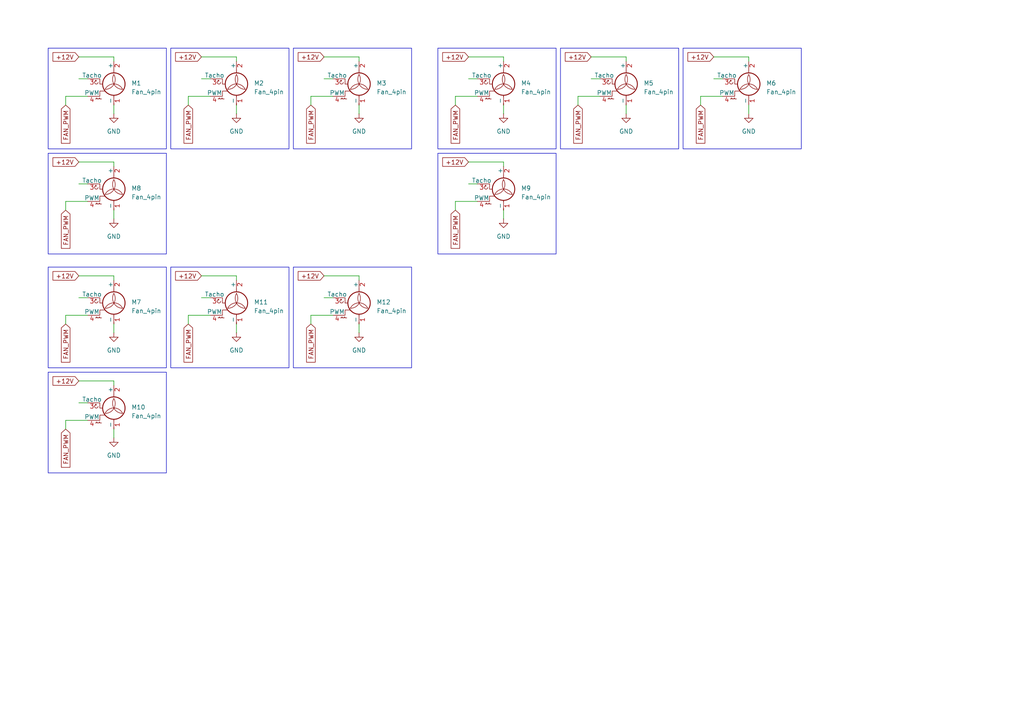
<source format=kicad_sch>
(kicad_sch (version 20250114) (generator "eeschema") (generator_version "9.0")
  (paper "A4")
  (lib_symbols
    (symbol "Motor:Fan_4pin" (pin_names (offset 0))
      (property "Reference" "M" (at 2.54 5.08 0))
      (property "Value" "Fan_4pin" (at 2.54 -2.54 0))
      (symbol "Fan_4pin_0_0"
        (polyline (pts (xy -5.08 2.032) (xy -5.334 2.159)))
        (polyline (pts (xy -5.08 2.032) (xy -5.207 1.778)))
        (arc (start -4.572 1.524) (mid -5.08 1.0182) (end -5.588 1.524))
        (arc (start -5.588 1.524) (mid -5.4392 1.8832) (end -5.08 2.032))
        (polyline (pts (xy -4.064 2.54) (xy -4.064 1.016) (xy -3.302 1.016)))
      )
      (symbol "Fan_4pin_0_1"
        (polyline (pts (xy -5.334 -3.302) (xy -5.08 -3.302) (xy -5.08 -3.048) (xy -4.826 -3.048) (xy -4.826 -3.302) (xy -4.318 -3.302) (xy -4.318 -3.048) (xy -4.064 -3.048) (xy -4.064 -3.302) (xy -3.556 -3.302)))
        (polyline (pts (xy -4.064 2.54) (xy -5.08 2.54)))
        (polyline (pts (xy -2.54 -1.016) (xy -4.064 -1.016) (xy -4.064 -2.54) (xy -5.08 -2.54)))
        (arc (start 0 3.81) (mid -0.0015 0.9048) (end -2.54 -0.508))
        (polyline (pts (xy 0 4.572) (xy 0 5.08)))
        (polyline (pts (xy 0 4.2672) (xy 0 4.6228)))
        (circle (center 0 1.016) (radius 3.2512) (stroke (width 0.254)))
        (arc (start -2.54 -0.508) (mid 0 1.0618) (end 2.54 -0.508))
        (polyline (pts (xy 0 -2.2352) (xy 0 -2.6416)))
        (polyline (pts (xy 0 -5.08) (xy 0 -4.572)))
        (arc (start 2.54 -0.508) (mid 0.047 0.9315) (end 0 3.81))
      )
      (symbol "Fan_4pin_1_1"
        (pin passive line (at -7.62 2.54 0) (length 2.54) (name "Tacho") (number "3"))
        (pin input line (at -7.62 -2.54 0) (length 2.54) (name "PWM") (number "4"))
        (pin passive line (at 0 7.62 270) (length 2.54) (name "+") (number "2"))
        (pin passive line (at 0 -5.08 90) (length 2.54) (name "-") (number "1"))
      )
    )
    (symbol "power:GND" (power) (pin_numbers (hide yes)) (pin_names (offset 0) (hide yes))
      (property "Value" "GND" (at 0 -3.81 0))
      (symbol "GND_0_1"
        (polyline (pts (xy 0 0) (xy 0 -1.27) (xy 1.27 -1.27) (xy 0 -2.54) (xy -1.27 -1.27) (xy 0 -1.27)))
      )
      (symbol "GND_1_1"
        (pin power_in line (at 0 0 270) (length 0) (name "~") (number "1"))
      )
    )
  )
  (rectangle (start 13.97 44.45) (end 48.26 73.66))
  (rectangle (start 162.56 13.97) (end 196.85 43.18))
  (rectangle (start 13.97 107.95) (end 48.26 137.16))
  (rectangle (start 13.97 77.47) (end 48.26 106.68))
  (rectangle (start 127 44.45) (end 161.29 73.66))
  (rectangle (start 198.12 13.97) (end 232.41 43.18))
  (rectangle (start 127 13.97) (end 161.29 43.18))
  (rectangle (start 85.09 13.97) (end 119.38 43.18))
  (rectangle (start 49.53 13.97) (end 83.82 43.18))
  (rectangle (start 85.09 77.47) (end 119.38 106.68))
  (rectangle (start 49.53 77.47) (end 83.82 106.68))
  (rectangle (start 13.97 13.97) (end 48.26 43.18))
  (wire (pts (xy 19.05 91.44) (xy 25.4 91.44)))
  (wire (pts (xy 33.02 93.98) (xy 33.02 96.52)))
  (wire (pts (xy 33.02 46.99) (xy 33.02 48.26)))
  (wire (pts (xy 22.86 46.99) (xy 33.02 46.99)))
  (wire (pts (xy 68.58 80.01) (xy 68.58 81.28)))
  (wire (pts (xy 146.05 60.96) (xy 146.05 63.5)))
  (wire (pts (xy 19.05 58.42) (xy 25.4 58.42)))
  (wire (pts (xy 90.17 27.94) (xy 96.52 27.94)))
  (wire (pts (xy 93.98 22.86) (xy 96.52 22.86)))
  (wire (pts (xy 68.58 30.48) (xy 68.58 33.02)))
  (wire (pts (xy 19.05 30.48) (xy 19.05 27.94)))
  (wire (pts (xy 181.61 16.51) (xy 181.61 17.78)))
  (wire (pts (xy 135.89 53.34) (xy 138.43 53.34)))
  (wire (pts (xy 19.05 60.96) (xy 19.05 58.42)))
  (wire (pts (xy 132.08 30.48) (xy 132.08 27.94)))
  (wire (pts (xy 93.98 80.01) (xy 104.14 80.01)))
  (wire (pts (xy 171.45 22.86) (xy 173.99 22.86)))
  (wire (pts (xy 171.45 16.51) (xy 181.61 16.51)))
  (wire (pts (xy 104.14 80.01) (xy 104.14 81.28)))
  (wire (pts (xy 22.86 116.84) (xy 25.4 116.84)))
  (wire (pts (xy 135.89 22.86) (xy 138.43 22.86)))
  (wire (pts (xy 203.2 30.48) (xy 203.2 27.94)))
  (wire (pts (xy 104.14 93.98) (xy 104.14 96.52)))
  (wire (pts (xy 217.17 16.51) (xy 217.17 17.78)))
  (wire (pts (xy 68.58 93.98) (xy 68.58 96.52)))
  (wire (pts (xy 54.61 93.98) (xy 54.61 91.44)))
  (wire (pts (xy 132.08 27.94) (xy 138.43 27.94)))
  (wire (pts (xy 33.02 80.01) (xy 33.02 81.28)))
  (wire (pts (xy 146.05 16.51) (xy 146.05 17.78)))
  (wire (pts (xy 90.17 93.98) (xy 90.17 91.44)))
  (wire (pts (xy 167.64 30.48) (xy 167.64 27.94)))
  (wire (pts (xy 19.05 27.94) (xy 25.4 27.94)))
  (wire (pts (xy 135.89 16.51) (xy 146.05 16.51)))
  (wire (pts (xy 104.14 30.48) (xy 104.14 33.02)))
  (wire (pts (xy 217.17 30.48) (xy 217.17 33.02)))
  (wire (pts (xy 93.98 16.51) (xy 104.14 16.51)))
  (wire (pts (xy 58.42 86.36) (xy 60.96 86.36)))
  (wire (pts (xy 58.42 80.01) (xy 68.58 80.01)))
  (wire (pts (xy 58.42 16.51) (xy 68.58 16.51)))
  (wire (pts (xy 22.86 22.86) (xy 25.4 22.86)))
  (wire (pts (xy 90.17 91.44) (xy 96.52 91.44)))
  (wire (pts (xy 33.02 110.49) (xy 33.02 111.76)))
  (wire (pts (xy 58.42 22.86) (xy 60.96 22.86)))
  (wire (pts (xy 68.58 16.51) (xy 68.58 17.78)))
  (wire (pts (xy 22.86 110.49) (xy 33.02 110.49)))
  (wire (pts (xy 135.89 46.99) (xy 146.05 46.99)))
  (wire (pts (xy 54.61 27.94) (xy 60.96 27.94)))
  (wire (pts (xy 33.02 124.46) (xy 33.02 127)))
  (wire (pts (xy 33.02 16.51) (xy 33.02 17.78)))
  (wire (pts (xy 33.02 30.48) (xy 33.02 33.02)))
  (wire (pts (xy 203.2 27.94) (xy 209.55 27.94)))
  (wire (pts (xy 132.08 58.42) (xy 138.43 58.42)))
  (wire (pts (xy 19.05 121.92) (xy 25.4 121.92)))
  (wire (pts (xy 33.02 60.96) (xy 33.02 63.5)))
  (wire (pts (xy 207.01 22.86) (xy 209.55 22.86)))
  (wire (pts (xy 54.61 30.48) (xy 54.61 27.94)))
  (wire (pts (xy 22.86 86.36) (xy 25.4 86.36)))
  (wire (pts (xy 19.05 93.98) (xy 19.05 91.44)))
  (wire (pts (xy 132.08 60.96) (xy 132.08 58.42)))
  (wire (pts (xy 146.05 30.48) (xy 146.05 33.02)))
  (wire (pts (xy 167.64 27.94) (xy 173.99 27.94)))
  (wire (pts (xy 104.14 16.51) (xy 104.14 17.78)))
  (wire (pts (xy 19.05 124.46) (xy 19.05 121.92)))
  (wire (pts (xy 54.61 91.44) (xy 60.96 91.44)))
  (wire (pts (xy 181.61 30.48) (xy 181.61 33.02)))
  (wire (pts (xy 22.86 80.01) (xy 33.02 80.01)))
  (wire (pts (xy 22.86 53.34) (xy 25.4 53.34)))
  (wire (pts (xy 22.86 16.51) (xy 33.02 16.51)))
  (wire (pts (xy 146.05 46.99) (xy 146.05 48.26)))
  (wire (pts (xy 90.17 30.48) (xy 90.17 27.94)))
  (wire (pts (xy 93.98 86.36) (xy 96.52 86.36)))
  (wire (pts (xy 207.01 16.51) (xy 217.17 16.51)))
  (global_label "+12V" (shape input) (at 58.42 80.01 180) (property "Intersheetrefs" "${INTERSHEET_REFS}" (effects (hide yes))))
  (global_label "FAN_PWM" (shape input) (at 19.05 60.96 270) (property "Intersheetrefs" "${INTERSHEET_REFS}" (effects (hide yes))))
  (global_label "FAN_PWM" (shape input) (at 132.08 60.96 270) (property "Intersheetrefs" "${INTERSHEET_REFS}" (effects (hide yes))))
  (global_label "FAN_PWM" (shape input) (at 90.17 30.48 270) (property "Intersheetrefs" "${INTERSHEET_REFS}" (effects (hide yes))))
  (global_label "FAN_PWM" (shape input) (at 167.64 30.48 270) (property "Intersheetrefs" "${INTERSHEET_REFS}" (effects (hide yes))))
  (global_label "FAN_PWM" (shape input) (at 90.17 93.98 270) (property "Intersheetrefs" "${INTERSHEET_REFS}" (effects (hide yes))))
  (global_label "FAN_PWM" (shape input) (at 203.2 30.48 270) (property "Intersheetrefs" "${INTERSHEET_REFS}" (effects (hide yes))))
  (global_label "FAN_PWM" (shape input) (at 54.61 93.98 270) (property "Intersheetrefs" "${INTERSHEET_REFS}" (effects (hide yes))))
  (global_label "FAN_PWM" (shape input) (at 132.08 30.48 270) (property "Intersheetrefs" "${INTERSHEET_REFS}" (effects (hide yes))))
  (global_label "FAN_PWM" (shape input) (at 54.61 30.48 270) (property "Intersheetrefs" "${INTERSHEET_REFS}" (effects (hide yes))))
  (global_label "+12V" (shape input) (at 22.86 46.99 180) (property "Intersheetrefs" "${INTERSHEET_REFS}" (effects (hide yes))))
  (global_label "FAN_PWM" (shape input) (at 19.05 124.46 270) (property "Intersheetrefs" "${INTERSHEET_REFS}" (effects (hide yes))))
  (global_label "+12V" (shape input) (at 93.98 80.01 180) (property "Intersheetrefs" "${INTERSHEET_REFS}" (effects (hide yes))))
  (global_label "+12V" (shape input) (at 22.86 80.01 180) (property "Intersheetrefs" "${INTERSHEET_REFS}" (effects (hide yes))))
  (global_label "+12V" (shape input) (at 171.45 16.51 180) (property "Intersheetrefs" "${INTERSHEET_REFS}" (effects (hide yes))))
  (global_label "+12V" (shape input) (at 22.86 16.51 180) (property "Intersheetrefs" "${INTERSHEET_REFS}" (effects (hide yes))))
  (global_label "+12V" (shape input) (at 22.86 110.49 180) (property "Intersheetrefs" "${INTERSHEET_REFS}" (effects (hide yes))))
  (global_label "+12V" (shape input) (at 93.98 16.51 180) (property "Intersheetrefs" "${INTERSHEET_REFS}" (effects (hide yes))))
  (global_label "+12V" (shape input) (at 58.42 16.51 180) (property "Intersheetrefs" "${INTERSHEET_REFS}" (effects (hide yes))))
  (global_label "FAN_PWM" (shape input) (at 19.05 30.48 270) (property "Intersheetrefs" "${INTERSHEET_REFS}" (effects (hide yes))))
  (global_label "+12V" (shape input) (at 135.89 46.99 180) (property "Intersheetrefs" "${INTERSHEET_REFS}" (effects (hide yes))))
  (global_label "FAN_PWM" (shape input) (at 19.05 93.98 270) (property "Intersheetrefs" "${INTERSHEET_REFS}" (effects (hide yes))))
  (global_label "+12V" (shape input) (at 135.89 16.51 180) (property "Intersheetrefs" "${INTERSHEET_REFS}" (effects (hide yes))))
  (global_label "+12V" (shape input) (at 207.01 16.51 180) (property "Intersheetrefs" "${INTERSHEET_REFS}" (effects (hide yes))))
  (symbol (lib_id "power:GND") (at 181.61 33.02 0) (unit 1)
    (property "Reference" "#PWR033" (effects (hide yes)))
    (property "Value" "GND" (at 181.61 38.1 0))
    (property "Description" "Power symbol creates a global label with name \"GND\" , ground" (effects (hide yes)))
  )
  (symbol (lib_id "Motor:Fan_4pin") (at 181.61 25.4 0) (unit 1)
    (property "Reference" "M5" (at 186.69 24.1299 0) (effects (justify left)))
    (property "Value" "Fan_4pin" (at 186.69 26.6699 0) (effects (justify left)))
    (property "Footprint" "Connector:FanPinHeader_1x04_P2.54mm_Vertical" (effects (hide yes)))
    (property "Datasheet" "http://www.formfactors.org/developer%5Cspecs%5Crev1_2_public.pdf" (effects (hide yes)))
    (property "Description" "Fan, tacho output, PWM input, 4-pin connector" (effects (hide yes)))
  )
  (symbol (lib_id "Motor:Fan_4pin") (at 33.02 25.4 0) (unit 1)
    (property "Reference" "M1" (at 38.1 24.1299 0) (effects (justify left)))
    (property "Value" "Fan_4pin" (at 38.1 26.6699 0) (effects (justify left)))
    (property "Footprint" "Connector:FanPinHeader_1x04_P2.54mm_Vertical" (effects (hide yes)))
    (property "Datasheet" "http://www.formfactors.org/developer%5Cspecs%5Crev1_2_public.pdf" (effects (hide yes)))
    (property "Description" "Fan, tacho output, PWM input, 4-pin connector" (effects (hide yes)))
  )
  (symbol (lib_id "power:GND") (at 33.02 96.52 0) (unit 1)
    (property "Reference" "#PWR035" (effects (hide yes)))
    (property "Value" "GND" (at 33.02 101.6 0))
    (property "Description" "Power symbol creates a global label with name \"GND\" , ground" (effects (hide yes)))
  )
  (symbol (lib_id "power:GND") (at 104.14 96.52 0) (unit 1)
    (property "Reference" "#PWR040" (effects (hide yes)))
    (property "Value" "GND" (at 104.14 101.6 0))
    (property "Description" "Power symbol creates a global label with name \"GND\" , ground" (effects (hide yes)))
  )
  (symbol (lib_id "Motor:Fan_4pin") (at 33.02 119.38 0) (unit 1)
    (property "Reference" "M10" (at 38.1 118.1099 0) (effects (justify left)))
    (property "Value" "Fan_4pin" (at 38.1 120.6499 0) (effects (justify left)))
    (property "Footprint" "Connector:FanPinHeader_1x04_P2.54mm_Vertical" (effects (hide yes)))
    (property "Datasheet" "http://www.formfactors.org/developer%5Cspecs%5Crev1_2_public.pdf" (effects (hide yes)))
    (property "Description" "Fan, tacho output, PWM input, 4-pin connector" (effects (hide yes)))
  )
  (symbol (lib_id "power:GND") (at 68.58 96.52 0) (unit 1)
    (property "Reference" "#PWR039" (effects (hide yes)))
    (property "Value" "GND" (at 68.58 101.6 0))
    (property "Description" "Power symbol creates a global label with name \"GND\" , ground" (effects (hide yes)))
  )
  (symbol (lib_id "Motor:Fan_4pin") (at 104.14 25.4 0) (unit 1)
    (property "Reference" "M3" (at 109.22 24.1299 0) (effects (justify left)))
    (property "Value" "Fan_4pin" (at 109.22 26.6699 0) (effects (justify left)))
    (property "Footprint" "Connector:FanPinHeader_1x04_P2.54mm_Vertical" (effects (hide yes)))
    (property "Datasheet" "http://www.formfactors.org/developer%5Cspecs%5Crev1_2_public.pdf" (effects (hide yes)))
    (property "Description" "Fan, tacho output, PWM input, 4-pin connector" (effects (hide yes)))
  )
  (symbol (lib_id "power:GND") (at 33.02 63.5 0) (unit 1)
    (property "Reference" "#PWR036" (effects (hide yes)))
    (property "Value" "GND" (at 33.02 68.58 0))
    (property "Description" "Power symbol creates a global label with name \"GND\" , ground" (effects (hide yes)))
  )
  (symbol (lib_id "power:GND") (at 104.14 33.02 0) (unit 1)
    (property "Reference" "#PWR031" (effects (hide yes)))
    (property "Value" "GND" (at 104.14 38.1 0))
    (property "Description" "Power symbol creates a global label with name \"GND\" , ground" (effects (hide yes)))
  )
  (symbol (lib_id "power:GND") (at 68.58 33.02 0) (unit 1)
    (property "Reference" "#PWR030" (effects (hide yes)))
    (property "Value" "GND" (at 68.58 38.1 0))
    (property "Description" "Power symbol creates a global label with name \"GND\" , ground" (effects (hide yes)))
  )
  (symbol (lib_id "Motor:Fan_4pin") (at 68.58 88.9 0) (unit 1)
    (property "Reference" "M11" (at 73.66 87.6299 0) (effects (justify left)))
    (property "Value" "Fan_4pin" (at 73.66 90.1699 0) (effects (justify left)))
    (property "Footprint" "Connector:FanPinHeader_1x04_P2.54mm_Vertical" (effects (hide yes)))
    (property "Datasheet" "http://www.formfactors.org/developer%5Cspecs%5Crev1_2_public.pdf" (effects (hide yes)))
    (property "Description" "Fan, tacho output, PWM input, 4-pin connector" (effects (hide yes)))
  )
  (symbol (lib_id "Motor:Fan_4pin") (at 68.58 25.4 0) (unit 1)
    (property "Reference" "M2" (at 73.66 24.1299 0) (effects (justify left)))
    (property "Value" "Fan_4pin" (at 73.66 26.6699 0) (effects (justify left)))
    (property "Footprint" "Connector:FanPinHeader_1x04_P2.54mm_Vertical" (effects (hide yes)))
    (property "Datasheet" "http://www.formfactors.org/developer%5Cspecs%5Crev1_2_public.pdf" (effects (hide yes)))
    (property "Description" "Fan, tacho output, PWM input, 4-pin connector" (effects (hide yes)))
  )
  (symbol (lib_id "power:GND") (at 217.17 33.02 0) (unit 1)
    (property "Reference" "#PWR034" (effects (hide yes)))
    (property "Value" "GND" (at 217.17 38.1 0))
    (property "Description" "Power symbol creates a global label with name \"GND\" , ground" (effects (hide yes)))
  )
  (symbol (lib_id "power:GND") (at 33.02 33.02 0) (unit 1)
    (property "Reference" "#PWR029" (effects (hide yes)))
    (property "Value" "GND" (at 33.02 38.1 0))
    (property "Description" "Power symbol creates a global label with name \"GND\" , ground" (effects (hide yes)))
  )
  (symbol (lib_id "Motor:Fan_4pin") (at 146.05 25.4 0) (unit 1)
    (property "Reference" "M4" (at 151.13 24.1299 0) (effects (justify left)))
    (property "Value" "Fan_4pin" (at 151.13 26.6699 0) (effects (justify left)))
    (property "Footprint" "Connector:FanPinHeader_1x04_P2.54mm_Vertical" (effects (hide yes)))
    (property "Datasheet" "http://www.formfactors.org/developer%5Cspecs%5Crev1_2_public.pdf" (effects (hide yes)))
    (property "Description" "Fan, tacho output, PWM input, 4-pin connector" (effects (hide yes)))
  )
  (symbol (lib_id "Motor:Fan_4pin") (at 33.02 88.9 0) (unit 1)
    (property "Reference" "M7" (at 38.1 87.6299 0) (effects (justify left)))
    (property "Value" "Fan_4pin" (at 38.1 90.1699 0) (effects (justify left)))
    (property "Footprint" "Connector:FanPinHeader_1x04_P2.54mm_Vertical" (effects (hide yes)))
    (property "Datasheet" "http://www.formfactors.org/developer%5Cspecs%5Crev1_2_public.pdf" (effects (hide yes)))
    (property "Description" "Fan, tacho output, PWM input, 4-pin connector" (effects (hide yes)))
  )
  (symbol (lib_id "power:GND") (at 146.05 63.5 0) (unit 1)
    (property "Reference" "#PWR037" (effects (hide yes)))
    (property "Value" "GND" (at 146.05 68.58 0))
    (property "Description" "Power symbol creates a global label with name \"GND\" , ground" (effects (hide yes)))
  )
  (symbol (lib_id "power:GND") (at 33.02 127 0) (unit 1)
    (property "Reference" "#PWR038" (effects (hide yes)))
    (property "Value" "GND" (at 33.02 132.08 0))
    (property "Description" "Power symbol creates a global label with name \"GND\" , ground" (effects (hide yes)))
  )
  (symbol (lib_id "power:GND") (at 146.05 33.02 0) (unit 1)
    (property "Reference" "#PWR032" (effects (hide yes)))
    (property "Value" "GND" (at 146.05 38.1 0))
    (property "Description" "Power symbol creates a global label with name \"GND\" , ground" (effects (hide yes)))
  )
  (symbol (lib_id "Motor:Fan_4pin") (at 104.14 88.9 0) (unit 1)
    (property "Reference" "M12" (at 109.22 87.6299 0) (effects (justify left)))
    (property "Value" "Fan_4pin" (at 109.22 90.1699 0) (effects (justify left)))
    (property "Footprint" "Connector:FanPinHeader_1x04_P2.54mm_Vertical" (effects (hide yes)))
    (property "Datasheet" "http://www.formfactors.org/developer%5Cspecs%5Crev1_2_public.pdf" (effects (hide yes)))
    (property "Description" "Fan, tacho output, PWM input, 4-pin connector" (effects (hide yes)))
  )
  (symbol (lib_id "Motor:Fan_4pin") (at 217.17 25.4 0) (unit 1)
    (property "Reference" "M6" (at 222.25 24.1299 0) (effects (justify left)))
    (property "Value" "Fan_4pin" (at 222.25 26.6699 0) (effects (justify left)))
    (property "Footprint" "Connector:FanPinHeader_1x04_P2.54mm_Vertical" (effects (hide yes)))
    (property "Datasheet" "http://www.formfactors.org/developer%5Cspecs%5Crev1_2_public.pdf" (effects (hide yes)))
    (property "Description" "Fan, tacho output, PWM input, 4-pin connector" (effects (hide yes)))
  )
  (symbol (lib_id "Motor:Fan_4pin") (at 146.05 55.88 0) (unit 1)
    (property "Reference" "M9" (at 151.13 54.6099 0) (effects (justify left)))
    (property "Value" "Fan_4pin" (at 151.13 57.1499 0) (effects (justify left)))
    (property "Footprint" "Connector:FanPinHeader_1x04_P2.54mm_Vertical" (effects (hide yes)))
    (property "Datasheet" "http://www.formfactors.org/developer%5Cspecs%5Crev1_2_public.pdf" (effects (hide yes)))
    (property "Description" "Fan, tacho output, PWM input, 4-pin connector" (effects (hide yes)))
  )
  (symbol (lib_id "Motor:Fan_4pin") (at 33.02 55.88 0) (unit 1)
    (property "Reference" "M8" (at 38.1 54.6099 0) (effects (justify left)))
    (property "Value" "Fan_4pin" (at 38.1 57.1499 0) (effects (justify left)))
    (property "Footprint" "Connector:FanPinHeader_1x04_P2.54mm_Vertical" (effects (hide yes)))
    (property "Datasheet" "http://www.formfactors.org/developer%5Cspecs%5Crev1_2_public.pdf" (effects (hide yes)))
    (property "Description" "Fan, tacho output, PWM input, 4-pin connector" (effects (hide yes)))
  )
)
</source>
